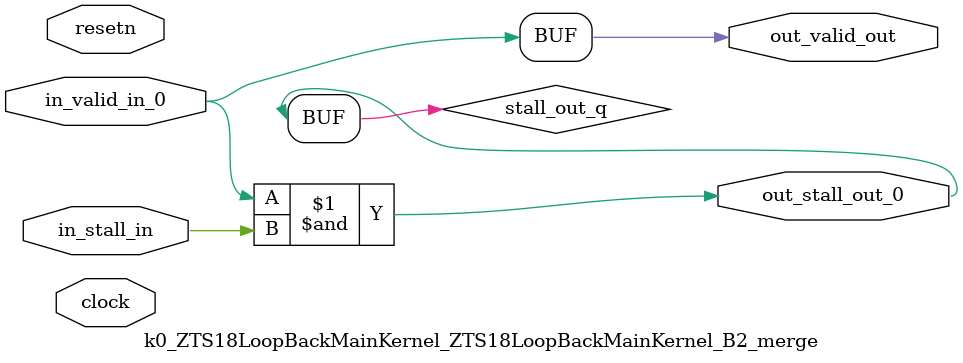
<source format=sv>



(* altera_attribute = "-name AUTO_SHIFT_REGISTER_RECOGNITION OFF; -name MESSAGE_DISABLE 10036; -name MESSAGE_DISABLE 10037; -name MESSAGE_DISABLE 14130; -name MESSAGE_DISABLE 14320; -name MESSAGE_DISABLE 15400; -name MESSAGE_DISABLE 14130; -name MESSAGE_DISABLE 10036; -name MESSAGE_DISABLE 12020; -name MESSAGE_DISABLE 12030; -name MESSAGE_DISABLE 12010; -name MESSAGE_DISABLE 12110; -name MESSAGE_DISABLE 14320; -name MESSAGE_DISABLE 13410; -name MESSAGE_DISABLE 113007; -name MESSAGE_DISABLE 10958" *)
module k0_ZTS18LoopBackMainKernel_ZTS18LoopBackMainKernel_B2_merge (
    input wire [0:0] in_stall_in,
    input wire [0:0] in_valid_in_0,
    output wire [0:0] out_stall_out_0,
    output wire [0:0] out_valid_out,
    input wire clock,
    input wire resetn
    );

    wire [0:0] stall_out_q;


    // stall_out(LOGICAL,6)
    assign stall_out_q = in_valid_in_0 & in_stall_in;

    // out_stall_out_0(GPOUT,4)
    assign out_stall_out_0 = stall_out_q;

    // out_valid_out(GPOUT,5)
    assign out_valid_out = in_valid_in_0;

endmodule

</source>
